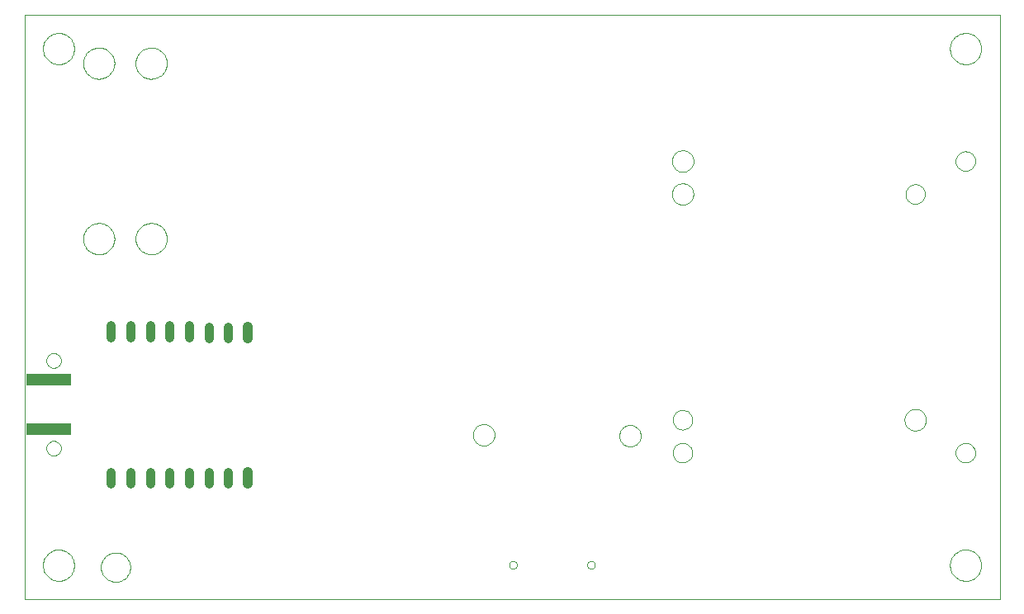
<source format=gbp>
G75*
%MOIN*%
%OFA0B0*%
%FSLAX24Y24*%
%IPPOS*%
%LPD*%
%AMOC8*
5,1,8,0,0,1.08239X$1,22.5*
%
%ADD10C,0.0000*%
%ADD11C,0.0394*%
%ADD12C,0.0380*%
%ADD13R,0.1800X0.0450*%
D10*
X004227Y002440D02*
X043597Y002440D01*
X043597Y026062D01*
X004227Y026062D01*
X004227Y002440D01*
X004975Y003818D02*
X004977Y003868D01*
X004983Y003918D01*
X004993Y003967D01*
X005007Y004015D01*
X005024Y004062D01*
X005045Y004107D01*
X005070Y004151D01*
X005098Y004192D01*
X005130Y004231D01*
X005164Y004268D01*
X005201Y004302D01*
X005241Y004332D01*
X005283Y004359D01*
X005327Y004383D01*
X005373Y004404D01*
X005420Y004420D01*
X005468Y004433D01*
X005518Y004442D01*
X005567Y004447D01*
X005618Y004448D01*
X005668Y004445D01*
X005717Y004438D01*
X005766Y004427D01*
X005814Y004412D01*
X005860Y004394D01*
X005905Y004372D01*
X005948Y004346D01*
X005989Y004317D01*
X006028Y004285D01*
X006064Y004250D01*
X006096Y004212D01*
X006126Y004172D01*
X006153Y004129D01*
X006176Y004085D01*
X006195Y004039D01*
X006211Y003991D01*
X006223Y003942D01*
X006231Y003893D01*
X006235Y003843D01*
X006235Y003793D01*
X006231Y003743D01*
X006223Y003694D01*
X006211Y003645D01*
X006195Y003597D01*
X006176Y003551D01*
X006153Y003507D01*
X006126Y003464D01*
X006096Y003424D01*
X006064Y003386D01*
X006028Y003351D01*
X005989Y003319D01*
X005948Y003290D01*
X005905Y003264D01*
X005860Y003242D01*
X005814Y003224D01*
X005766Y003209D01*
X005717Y003198D01*
X005668Y003191D01*
X005618Y003188D01*
X005567Y003189D01*
X005518Y003194D01*
X005468Y003203D01*
X005420Y003216D01*
X005373Y003232D01*
X005327Y003253D01*
X005283Y003277D01*
X005241Y003304D01*
X005201Y003334D01*
X005164Y003368D01*
X005130Y003405D01*
X005098Y003444D01*
X005070Y003485D01*
X005045Y003529D01*
X005024Y003574D01*
X005007Y003621D01*
X004993Y003669D01*
X004983Y003718D01*
X004977Y003768D01*
X004975Y003818D01*
X007317Y003739D02*
X007319Y003787D01*
X007325Y003835D01*
X007335Y003882D01*
X007348Y003928D01*
X007366Y003973D01*
X007386Y004017D01*
X007411Y004059D01*
X007439Y004098D01*
X007469Y004135D01*
X007503Y004169D01*
X007540Y004201D01*
X007578Y004230D01*
X007619Y004255D01*
X007662Y004277D01*
X007707Y004295D01*
X007753Y004309D01*
X007800Y004320D01*
X007848Y004327D01*
X007896Y004330D01*
X007944Y004329D01*
X007992Y004324D01*
X008040Y004315D01*
X008086Y004303D01*
X008131Y004286D01*
X008175Y004266D01*
X008217Y004243D01*
X008257Y004216D01*
X008295Y004186D01*
X008330Y004153D01*
X008362Y004117D01*
X008392Y004079D01*
X008418Y004038D01*
X008440Y003995D01*
X008460Y003951D01*
X008475Y003906D01*
X008487Y003859D01*
X008495Y003811D01*
X008499Y003763D01*
X008499Y003715D01*
X008495Y003667D01*
X008487Y003619D01*
X008475Y003572D01*
X008460Y003527D01*
X008440Y003483D01*
X008418Y003440D01*
X008392Y003399D01*
X008362Y003361D01*
X008330Y003325D01*
X008295Y003292D01*
X008257Y003262D01*
X008217Y003235D01*
X008175Y003212D01*
X008131Y003192D01*
X008086Y003175D01*
X008040Y003163D01*
X007992Y003154D01*
X007944Y003149D01*
X007896Y003148D01*
X007848Y003151D01*
X007800Y003158D01*
X007753Y003169D01*
X007707Y003183D01*
X007662Y003201D01*
X007619Y003223D01*
X007578Y003248D01*
X007540Y003277D01*
X007503Y003309D01*
X007469Y003343D01*
X007439Y003380D01*
X007411Y003419D01*
X007386Y003461D01*
X007366Y003505D01*
X007348Y003550D01*
X007335Y003596D01*
X007325Y003643D01*
X007319Y003691D01*
X007317Y003739D01*
X005113Y008542D02*
X005115Y008576D01*
X005121Y008610D01*
X005131Y008643D01*
X005144Y008674D01*
X005162Y008704D01*
X005182Y008732D01*
X005206Y008757D01*
X005232Y008779D01*
X005260Y008797D01*
X005291Y008813D01*
X005323Y008825D01*
X005357Y008833D01*
X005391Y008837D01*
X005425Y008837D01*
X005459Y008833D01*
X005493Y008825D01*
X005525Y008813D01*
X005555Y008797D01*
X005584Y008779D01*
X005610Y008757D01*
X005634Y008732D01*
X005654Y008704D01*
X005672Y008674D01*
X005685Y008643D01*
X005695Y008610D01*
X005701Y008576D01*
X005703Y008542D01*
X005701Y008508D01*
X005695Y008474D01*
X005685Y008441D01*
X005672Y008410D01*
X005654Y008380D01*
X005634Y008352D01*
X005610Y008327D01*
X005584Y008305D01*
X005556Y008287D01*
X005525Y008271D01*
X005493Y008259D01*
X005459Y008251D01*
X005425Y008247D01*
X005391Y008247D01*
X005357Y008251D01*
X005323Y008259D01*
X005291Y008271D01*
X005260Y008287D01*
X005232Y008305D01*
X005206Y008327D01*
X005182Y008352D01*
X005162Y008380D01*
X005144Y008410D01*
X005131Y008441D01*
X005121Y008474D01*
X005115Y008508D01*
X005113Y008542D01*
X005113Y012086D02*
X005115Y012120D01*
X005121Y012154D01*
X005131Y012187D01*
X005144Y012218D01*
X005162Y012248D01*
X005182Y012276D01*
X005206Y012301D01*
X005232Y012323D01*
X005260Y012341D01*
X005291Y012357D01*
X005323Y012369D01*
X005357Y012377D01*
X005391Y012381D01*
X005425Y012381D01*
X005459Y012377D01*
X005493Y012369D01*
X005525Y012357D01*
X005555Y012341D01*
X005584Y012323D01*
X005610Y012301D01*
X005634Y012276D01*
X005654Y012248D01*
X005672Y012218D01*
X005685Y012187D01*
X005695Y012154D01*
X005701Y012120D01*
X005703Y012086D01*
X005701Y012052D01*
X005695Y012018D01*
X005685Y011985D01*
X005672Y011954D01*
X005654Y011924D01*
X005634Y011896D01*
X005610Y011871D01*
X005584Y011849D01*
X005556Y011831D01*
X005525Y011815D01*
X005493Y011803D01*
X005459Y011795D01*
X005425Y011791D01*
X005391Y011791D01*
X005357Y011795D01*
X005323Y011803D01*
X005291Y011815D01*
X005260Y011831D01*
X005232Y011849D01*
X005206Y011871D01*
X005182Y011896D01*
X005162Y011924D01*
X005144Y011954D01*
X005131Y011985D01*
X005121Y012018D01*
X005115Y012052D01*
X005113Y012086D01*
X006601Y017007D02*
X006603Y017057D01*
X006609Y017107D01*
X006619Y017156D01*
X006633Y017204D01*
X006650Y017251D01*
X006671Y017296D01*
X006696Y017340D01*
X006724Y017381D01*
X006756Y017420D01*
X006790Y017457D01*
X006827Y017491D01*
X006867Y017521D01*
X006909Y017548D01*
X006953Y017572D01*
X006999Y017593D01*
X007046Y017609D01*
X007094Y017622D01*
X007144Y017631D01*
X007193Y017636D01*
X007244Y017637D01*
X007294Y017634D01*
X007343Y017627D01*
X007392Y017616D01*
X007440Y017601D01*
X007486Y017583D01*
X007531Y017561D01*
X007574Y017535D01*
X007615Y017506D01*
X007654Y017474D01*
X007690Y017439D01*
X007722Y017401D01*
X007752Y017361D01*
X007779Y017318D01*
X007802Y017274D01*
X007821Y017228D01*
X007837Y017180D01*
X007849Y017131D01*
X007857Y017082D01*
X007861Y017032D01*
X007861Y016982D01*
X007857Y016932D01*
X007849Y016883D01*
X007837Y016834D01*
X007821Y016786D01*
X007802Y016740D01*
X007779Y016696D01*
X007752Y016653D01*
X007722Y016613D01*
X007690Y016575D01*
X007654Y016540D01*
X007615Y016508D01*
X007574Y016479D01*
X007531Y016453D01*
X007486Y016431D01*
X007440Y016413D01*
X007392Y016398D01*
X007343Y016387D01*
X007294Y016380D01*
X007244Y016377D01*
X007193Y016378D01*
X007144Y016383D01*
X007094Y016392D01*
X007046Y016405D01*
X006999Y016421D01*
X006953Y016442D01*
X006909Y016466D01*
X006867Y016493D01*
X006827Y016523D01*
X006790Y016557D01*
X006756Y016594D01*
X006724Y016633D01*
X006696Y016674D01*
X006671Y016718D01*
X006650Y016763D01*
X006633Y016810D01*
X006619Y016858D01*
X006609Y016907D01*
X006603Y016957D01*
X006601Y017007D01*
X008715Y017007D02*
X008717Y017057D01*
X008723Y017107D01*
X008733Y017156D01*
X008747Y017204D01*
X008764Y017251D01*
X008785Y017296D01*
X008810Y017340D01*
X008838Y017381D01*
X008870Y017420D01*
X008904Y017457D01*
X008941Y017491D01*
X008981Y017521D01*
X009023Y017548D01*
X009067Y017572D01*
X009113Y017593D01*
X009160Y017609D01*
X009208Y017622D01*
X009258Y017631D01*
X009307Y017636D01*
X009358Y017637D01*
X009408Y017634D01*
X009457Y017627D01*
X009506Y017616D01*
X009554Y017601D01*
X009600Y017583D01*
X009645Y017561D01*
X009688Y017535D01*
X009729Y017506D01*
X009768Y017474D01*
X009804Y017439D01*
X009836Y017401D01*
X009866Y017361D01*
X009893Y017318D01*
X009916Y017274D01*
X009935Y017228D01*
X009951Y017180D01*
X009963Y017131D01*
X009971Y017082D01*
X009975Y017032D01*
X009975Y016982D01*
X009971Y016932D01*
X009963Y016883D01*
X009951Y016834D01*
X009935Y016786D01*
X009916Y016740D01*
X009893Y016696D01*
X009866Y016653D01*
X009836Y016613D01*
X009804Y016575D01*
X009768Y016540D01*
X009729Y016508D01*
X009688Y016479D01*
X009645Y016453D01*
X009600Y016431D01*
X009554Y016413D01*
X009506Y016398D01*
X009457Y016387D01*
X009408Y016380D01*
X009358Y016377D01*
X009307Y016378D01*
X009258Y016383D01*
X009208Y016392D01*
X009160Y016405D01*
X009113Y016421D01*
X009067Y016442D01*
X009023Y016466D01*
X008981Y016493D01*
X008941Y016523D01*
X008904Y016557D01*
X008870Y016594D01*
X008838Y016633D01*
X008810Y016674D01*
X008785Y016718D01*
X008764Y016763D01*
X008747Y016810D01*
X008733Y016858D01*
X008723Y016907D01*
X008717Y016957D01*
X008715Y017007D01*
X008715Y024094D02*
X008717Y024144D01*
X008723Y024194D01*
X008733Y024243D01*
X008747Y024291D01*
X008764Y024338D01*
X008785Y024383D01*
X008810Y024427D01*
X008838Y024468D01*
X008870Y024507D01*
X008904Y024544D01*
X008941Y024578D01*
X008981Y024608D01*
X009023Y024635D01*
X009067Y024659D01*
X009113Y024680D01*
X009160Y024696D01*
X009208Y024709D01*
X009258Y024718D01*
X009307Y024723D01*
X009358Y024724D01*
X009408Y024721D01*
X009457Y024714D01*
X009506Y024703D01*
X009554Y024688D01*
X009600Y024670D01*
X009645Y024648D01*
X009688Y024622D01*
X009729Y024593D01*
X009768Y024561D01*
X009804Y024526D01*
X009836Y024488D01*
X009866Y024448D01*
X009893Y024405D01*
X009916Y024361D01*
X009935Y024315D01*
X009951Y024267D01*
X009963Y024218D01*
X009971Y024169D01*
X009975Y024119D01*
X009975Y024069D01*
X009971Y024019D01*
X009963Y023970D01*
X009951Y023921D01*
X009935Y023873D01*
X009916Y023827D01*
X009893Y023783D01*
X009866Y023740D01*
X009836Y023700D01*
X009804Y023662D01*
X009768Y023627D01*
X009729Y023595D01*
X009688Y023566D01*
X009645Y023540D01*
X009600Y023518D01*
X009554Y023500D01*
X009506Y023485D01*
X009457Y023474D01*
X009408Y023467D01*
X009358Y023464D01*
X009307Y023465D01*
X009258Y023470D01*
X009208Y023479D01*
X009160Y023492D01*
X009113Y023508D01*
X009067Y023529D01*
X009023Y023553D01*
X008981Y023580D01*
X008941Y023610D01*
X008904Y023644D01*
X008870Y023681D01*
X008838Y023720D01*
X008810Y023761D01*
X008785Y023805D01*
X008764Y023850D01*
X008747Y023897D01*
X008733Y023945D01*
X008723Y023994D01*
X008717Y024044D01*
X008715Y024094D01*
X006601Y024094D02*
X006603Y024144D01*
X006609Y024194D01*
X006619Y024243D01*
X006633Y024291D01*
X006650Y024338D01*
X006671Y024383D01*
X006696Y024427D01*
X006724Y024468D01*
X006756Y024507D01*
X006790Y024544D01*
X006827Y024578D01*
X006867Y024608D01*
X006909Y024635D01*
X006953Y024659D01*
X006999Y024680D01*
X007046Y024696D01*
X007094Y024709D01*
X007144Y024718D01*
X007193Y024723D01*
X007244Y024724D01*
X007294Y024721D01*
X007343Y024714D01*
X007392Y024703D01*
X007440Y024688D01*
X007486Y024670D01*
X007531Y024648D01*
X007574Y024622D01*
X007615Y024593D01*
X007654Y024561D01*
X007690Y024526D01*
X007722Y024488D01*
X007752Y024448D01*
X007779Y024405D01*
X007802Y024361D01*
X007821Y024315D01*
X007837Y024267D01*
X007849Y024218D01*
X007857Y024169D01*
X007861Y024119D01*
X007861Y024069D01*
X007857Y024019D01*
X007849Y023970D01*
X007837Y023921D01*
X007821Y023873D01*
X007802Y023827D01*
X007779Y023783D01*
X007752Y023740D01*
X007722Y023700D01*
X007690Y023662D01*
X007654Y023627D01*
X007615Y023595D01*
X007574Y023566D01*
X007531Y023540D01*
X007486Y023518D01*
X007440Y023500D01*
X007392Y023485D01*
X007343Y023474D01*
X007294Y023467D01*
X007244Y023464D01*
X007193Y023465D01*
X007144Y023470D01*
X007094Y023479D01*
X007046Y023492D01*
X006999Y023508D01*
X006953Y023529D01*
X006909Y023553D01*
X006867Y023580D01*
X006827Y023610D01*
X006790Y023644D01*
X006756Y023681D01*
X006724Y023720D01*
X006696Y023761D01*
X006671Y023805D01*
X006650Y023850D01*
X006633Y023897D01*
X006619Y023945D01*
X006609Y023994D01*
X006603Y024044D01*
X006601Y024094D01*
X004975Y024684D02*
X004977Y024734D01*
X004983Y024784D01*
X004993Y024833D01*
X005007Y024881D01*
X005024Y024928D01*
X005045Y024973D01*
X005070Y025017D01*
X005098Y025058D01*
X005130Y025097D01*
X005164Y025134D01*
X005201Y025168D01*
X005241Y025198D01*
X005283Y025225D01*
X005327Y025249D01*
X005373Y025270D01*
X005420Y025286D01*
X005468Y025299D01*
X005518Y025308D01*
X005567Y025313D01*
X005618Y025314D01*
X005668Y025311D01*
X005717Y025304D01*
X005766Y025293D01*
X005814Y025278D01*
X005860Y025260D01*
X005905Y025238D01*
X005948Y025212D01*
X005989Y025183D01*
X006028Y025151D01*
X006064Y025116D01*
X006096Y025078D01*
X006126Y025038D01*
X006153Y024995D01*
X006176Y024951D01*
X006195Y024905D01*
X006211Y024857D01*
X006223Y024808D01*
X006231Y024759D01*
X006235Y024709D01*
X006235Y024659D01*
X006231Y024609D01*
X006223Y024560D01*
X006211Y024511D01*
X006195Y024463D01*
X006176Y024417D01*
X006153Y024373D01*
X006126Y024330D01*
X006096Y024290D01*
X006064Y024252D01*
X006028Y024217D01*
X005989Y024185D01*
X005948Y024156D01*
X005905Y024130D01*
X005860Y024108D01*
X005814Y024090D01*
X005766Y024075D01*
X005717Y024064D01*
X005668Y024057D01*
X005618Y024054D01*
X005567Y024055D01*
X005518Y024060D01*
X005468Y024069D01*
X005420Y024082D01*
X005373Y024098D01*
X005327Y024119D01*
X005283Y024143D01*
X005241Y024170D01*
X005201Y024200D01*
X005164Y024234D01*
X005130Y024271D01*
X005098Y024310D01*
X005070Y024351D01*
X005045Y024395D01*
X005024Y024440D01*
X005007Y024487D01*
X004993Y024535D01*
X004983Y024584D01*
X004977Y024634D01*
X004975Y024684D01*
X030368Y020141D02*
X030370Y020182D01*
X030376Y020223D01*
X030386Y020263D01*
X030399Y020302D01*
X030416Y020339D01*
X030437Y020375D01*
X030461Y020409D01*
X030488Y020440D01*
X030517Y020468D01*
X030550Y020494D01*
X030584Y020516D01*
X030621Y020535D01*
X030659Y020550D01*
X030699Y020562D01*
X030739Y020570D01*
X030780Y020574D01*
X030822Y020574D01*
X030863Y020570D01*
X030903Y020562D01*
X030943Y020550D01*
X030981Y020535D01*
X031017Y020516D01*
X031052Y020494D01*
X031085Y020468D01*
X031114Y020440D01*
X031141Y020409D01*
X031165Y020375D01*
X031186Y020339D01*
X031203Y020302D01*
X031216Y020263D01*
X031226Y020223D01*
X031232Y020182D01*
X031234Y020141D01*
X031232Y020100D01*
X031226Y020059D01*
X031216Y020019D01*
X031203Y019980D01*
X031186Y019943D01*
X031165Y019907D01*
X031141Y019873D01*
X031114Y019842D01*
X031085Y019814D01*
X031052Y019788D01*
X031018Y019766D01*
X030981Y019747D01*
X030943Y019732D01*
X030903Y019720D01*
X030863Y019712D01*
X030822Y019708D01*
X030780Y019708D01*
X030739Y019712D01*
X030699Y019720D01*
X030659Y019732D01*
X030621Y019747D01*
X030585Y019766D01*
X030550Y019788D01*
X030517Y019814D01*
X030488Y019842D01*
X030461Y019873D01*
X030437Y019907D01*
X030416Y019943D01*
X030399Y019980D01*
X030386Y020019D01*
X030376Y020059D01*
X030370Y020100D01*
X030368Y020141D01*
X030364Y018810D02*
X030366Y018851D01*
X030372Y018892D01*
X030382Y018932D01*
X030395Y018971D01*
X030412Y019008D01*
X030433Y019044D01*
X030457Y019078D01*
X030484Y019109D01*
X030513Y019137D01*
X030546Y019163D01*
X030580Y019185D01*
X030617Y019204D01*
X030655Y019219D01*
X030695Y019231D01*
X030735Y019239D01*
X030776Y019243D01*
X030818Y019243D01*
X030859Y019239D01*
X030899Y019231D01*
X030939Y019219D01*
X030977Y019204D01*
X031013Y019185D01*
X031048Y019163D01*
X031081Y019137D01*
X031110Y019109D01*
X031137Y019078D01*
X031161Y019044D01*
X031182Y019008D01*
X031199Y018971D01*
X031212Y018932D01*
X031222Y018892D01*
X031228Y018851D01*
X031230Y018810D01*
X031228Y018769D01*
X031222Y018728D01*
X031212Y018688D01*
X031199Y018649D01*
X031182Y018612D01*
X031161Y018576D01*
X031137Y018542D01*
X031110Y018511D01*
X031081Y018483D01*
X031048Y018457D01*
X031014Y018435D01*
X030977Y018416D01*
X030939Y018401D01*
X030899Y018389D01*
X030859Y018381D01*
X030818Y018377D01*
X030776Y018377D01*
X030735Y018381D01*
X030695Y018389D01*
X030655Y018401D01*
X030617Y018416D01*
X030581Y018435D01*
X030546Y018457D01*
X030513Y018483D01*
X030484Y018511D01*
X030457Y018542D01*
X030433Y018576D01*
X030412Y018612D01*
X030395Y018649D01*
X030382Y018688D01*
X030372Y018728D01*
X030366Y018769D01*
X030364Y018810D01*
X039793Y018810D02*
X039795Y018849D01*
X039801Y018888D01*
X039811Y018926D01*
X039824Y018963D01*
X039841Y018998D01*
X039861Y019032D01*
X039885Y019063D01*
X039912Y019092D01*
X039941Y019118D01*
X039973Y019141D01*
X040007Y019161D01*
X040043Y019177D01*
X040080Y019189D01*
X040119Y019198D01*
X040158Y019203D01*
X040197Y019204D01*
X040236Y019201D01*
X040275Y019194D01*
X040312Y019183D01*
X040349Y019169D01*
X040384Y019151D01*
X040417Y019130D01*
X040448Y019105D01*
X040476Y019078D01*
X040501Y019048D01*
X040523Y019015D01*
X040542Y018981D01*
X040557Y018945D01*
X040569Y018907D01*
X040577Y018869D01*
X040581Y018830D01*
X040581Y018790D01*
X040577Y018751D01*
X040569Y018713D01*
X040557Y018675D01*
X040542Y018639D01*
X040523Y018605D01*
X040501Y018572D01*
X040476Y018542D01*
X040448Y018515D01*
X040417Y018490D01*
X040384Y018469D01*
X040349Y018451D01*
X040312Y018437D01*
X040275Y018426D01*
X040236Y018419D01*
X040197Y018416D01*
X040158Y018417D01*
X040119Y018422D01*
X040080Y018431D01*
X040043Y018443D01*
X040007Y018459D01*
X039973Y018479D01*
X039941Y018502D01*
X039912Y018528D01*
X039885Y018557D01*
X039861Y018588D01*
X039841Y018622D01*
X039824Y018657D01*
X039811Y018694D01*
X039801Y018732D01*
X039795Y018771D01*
X039793Y018810D01*
X041817Y020141D02*
X041819Y020180D01*
X041825Y020219D01*
X041835Y020257D01*
X041848Y020294D01*
X041865Y020329D01*
X041885Y020363D01*
X041909Y020394D01*
X041936Y020423D01*
X041965Y020449D01*
X041997Y020472D01*
X042031Y020492D01*
X042067Y020508D01*
X042104Y020520D01*
X042143Y020529D01*
X042182Y020534D01*
X042221Y020535D01*
X042260Y020532D01*
X042299Y020525D01*
X042336Y020514D01*
X042373Y020500D01*
X042408Y020482D01*
X042441Y020461D01*
X042472Y020436D01*
X042500Y020409D01*
X042525Y020379D01*
X042547Y020346D01*
X042566Y020312D01*
X042581Y020276D01*
X042593Y020238D01*
X042601Y020200D01*
X042605Y020161D01*
X042605Y020121D01*
X042601Y020082D01*
X042593Y020044D01*
X042581Y020006D01*
X042566Y019970D01*
X042547Y019936D01*
X042525Y019903D01*
X042500Y019873D01*
X042472Y019846D01*
X042441Y019821D01*
X042408Y019800D01*
X042373Y019782D01*
X042336Y019768D01*
X042299Y019757D01*
X042260Y019750D01*
X042221Y019747D01*
X042182Y019748D01*
X042143Y019753D01*
X042104Y019762D01*
X042067Y019774D01*
X042031Y019790D01*
X041997Y019810D01*
X041965Y019833D01*
X041936Y019859D01*
X041909Y019888D01*
X041885Y019919D01*
X041865Y019953D01*
X041848Y019988D01*
X041835Y020025D01*
X041825Y020063D01*
X041819Y020102D01*
X041817Y020141D01*
X041589Y024684D02*
X041591Y024734D01*
X041597Y024784D01*
X041607Y024833D01*
X041621Y024881D01*
X041638Y024928D01*
X041659Y024973D01*
X041684Y025017D01*
X041712Y025058D01*
X041744Y025097D01*
X041778Y025134D01*
X041815Y025168D01*
X041855Y025198D01*
X041897Y025225D01*
X041941Y025249D01*
X041987Y025270D01*
X042034Y025286D01*
X042082Y025299D01*
X042132Y025308D01*
X042181Y025313D01*
X042232Y025314D01*
X042282Y025311D01*
X042331Y025304D01*
X042380Y025293D01*
X042428Y025278D01*
X042474Y025260D01*
X042519Y025238D01*
X042562Y025212D01*
X042603Y025183D01*
X042642Y025151D01*
X042678Y025116D01*
X042710Y025078D01*
X042740Y025038D01*
X042767Y024995D01*
X042790Y024951D01*
X042809Y024905D01*
X042825Y024857D01*
X042837Y024808D01*
X042845Y024759D01*
X042849Y024709D01*
X042849Y024659D01*
X042845Y024609D01*
X042837Y024560D01*
X042825Y024511D01*
X042809Y024463D01*
X042790Y024417D01*
X042767Y024373D01*
X042740Y024330D01*
X042710Y024290D01*
X042678Y024252D01*
X042642Y024217D01*
X042603Y024185D01*
X042562Y024156D01*
X042519Y024130D01*
X042474Y024108D01*
X042428Y024090D01*
X042380Y024075D01*
X042331Y024064D01*
X042282Y024057D01*
X042232Y024054D01*
X042181Y024055D01*
X042132Y024060D01*
X042082Y024069D01*
X042034Y024082D01*
X041987Y024098D01*
X041941Y024119D01*
X041897Y024143D01*
X041855Y024170D01*
X041815Y024200D01*
X041778Y024234D01*
X041744Y024271D01*
X041712Y024310D01*
X041684Y024351D01*
X041659Y024395D01*
X041638Y024440D01*
X041621Y024487D01*
X041607Y024535D01*
X041597Y024584D01*
X041591Y024634D01*
X041589Y024684D01*
X039754Y009692D02*
X039756Y009733D01*
X039762Y009774D01*
X039772Y009814D01*
X039785Y009853D01*
X039802Y009890D01*
X039823Y009926D01*
X039847Y009960D01*
X039874Y009991D01*
X039903Y010019D01*
X039936Y010045D01*
X039970Y010067D01*
X040007Y010086D01*
X040045Y010101D01*
X040085Y010113D01*
X040125Y010121D01*
X040166Y010125D01*
X040208Y010125D01*
X040249Y010121D01*
X040289Y010113D01*
X040329Y010101D01*
X040367Y010086D01*
X040403Y010067D01*
X040438Y010045D01*
X040471Y010019D01*
X040500Y009991D01*
X040527Y009960D01*
X040551Y009926D01*
X040572Y009890D01*
X040589Y009853D01*
X040602Y009814D01*
X040612Y009774D01*
X040618Y009733D01*
X040620Y009692D01*
X040618Y009651D01*
X040612Y009610D01*
X040602Y009570D01*
X040589Y009531D01*
X040572Y009494D01*
X040551Y009458D01*
X040527Y009424D01*
X040500Y009393D01*
X040471Y009365D01*
X040438Y009339D01*
X040404Y009317D01*
X040367Y009298D01*
X040329Y009283D01*
X040289Y009271D01*
X040249Y009263D01*
X040208Y009259D01*
X040166Y009259D01*
X040125Y009263D01*
X040085Y009271D01*
X040045Y009283D01*
X040007Y009298D01*
X039971Y009317D01*
X039936Y009339D01*
X039903Y009365D01*
X039874Y009393D01*
X039847Y009424D01*
X039823Y009458D01*
X039802Y009494D01*
X039785Y009531D01*
X039772Y009570D01*
X039762Y009610D01*
X039756Y009651D01*
X039754Y009692D01*
X041817Y008361D02*
X041819Y008400D01*
X041825Y008439D01*
X041835Y008477D01*
X041848Y008514D01*
X041865Y008549D01*
X041885Y008583D01*
X041909Y008614D01*
X041936Y008643D01*
X041965Y008669D01*
X041997Y008692D01*
X042031Y008712D01*
X042067Y008728D01*
X042104Y008740D01*
X042143Y008749D01*
X042182Y008754D01*
X042221Y008755D01*
X042260Y008752D01*
X042299Y008745D01*
X042336Y008734D01*
X042373Y008720D01*
X042408Y008702D01*
X042441Y008681D01*
X042472Y008656D01*
X042500Y008629D01*
X042525Y008599D01*
X042547Y008566D01*
X042566Y008532D01*
X042581Y008496D01*
X042593Y008458D01*
X042601Y008420D01*
X042605Y008381D01*
X042605Y008341D01*
X042601Y008302D01*
X042593Y008264D01*
X042581Y008226D01*
X042566Y008190D01*
X042547Y008156D01*
X042525Y008123D01*
X042500Y008093D01*
X042472Y008066D01*
X042441Y008041D01*
X042408Y008020D01*
X042373Y008002D01*
X042336Y007988D01*
X042299Y007977D01*
X042260Y007970D01*
X042221Y007967D01*
X042182Y007968D01*
X042143Y007973D01*
X042104Y007982D01*
X042067Y007994D01*
X042031Y008010D01*
X041997Y008030D01*
X041965Y008053D01*
X041936Y008079D01*
X041909Y008108D01*
X041885Y008139D01*
X041865Y008173D01*
X041848Y008208D01*
X041835Y008245D01*
X041825Y008283D01*
X041819Y008322D01*
X041817Y008361D01*
X041589Y003818D02*
X041591Y003868D01*
X041597Y003918D01*
X041607Y003967D01*
X041621Y004015D01*
X041638Y004062D01*
X041659Y004107D01*
X041684Y004151D01*
X041712Y004192D01*
X041744Y004231D01*
X041778Y004268D01*
X041815Y004302D01*
X041855Y004332D01*
X041897Y004359D01*
X041941Y004383D01*
X041987Y004404D01*
X042034Y004420D01*
X042082Y004433D01*
X042132Y004442D01*
X042181Y004447D01*
X042232Y004448D01*
X042282Y004445D01*
X042331Y004438D01*
X042380Y004427D01*
X042428Y004412D01*
X042474Y004394D01*
X042519Y004372D01*
X042562Y004346D01*
X042603Y004317D01*
X042642Y004285D01*
X042678Y004250D01*
X042710Y004212D01*
X042740Y004172D01*
X042767Y004129D01*
X042790Y004085D01*
X042809Y004039D01*
X042825Y003991D01*
X042837Y003942D01*
X042845Y003893D01*
X042849Y003843D01*
X042849Y003793D01*
X042845Y003743D01*
X042837Y003694D01*
X042825Y003645D01*
X042809Y003597D01*
X042790Y003551D01*
X042767Y003507D01*
X042740Y003464D01*
X042710Y003424D01*
X042678Y003386D01*
X042642Y003351D01*
X042603Y003319D01*
X042562Y003290D01*
X042519Y003264D01*
X042474Y003242D01*
X042428Y003224D01*
X042380Y003209D01*
X042331Y003198D01*
X042282Y003191D01*
X042232Y003188D01*
X042181Y003189D01*
X042132Y003194D01*
X042082Y003203D01*
X042034Y003216D01*
X041987Y003232D01*
X041941Y003253D01*
X041897Y003277D01*
X041855Y003304D01*
X041815Y003334D01*
X041778Y003368D01*
X041744Y003405D01*
X041712Y003444D01*
X041684Y003485D01*
X041659Y003529D01*
X041638Y003574D01*
X041621Y003621D01*
X041607Y003669D01*
X041597Y003718D01*
X041591Y003768D01*
X041589Y003818D01*
X030400Y008361D02*
X030402Y008400D01*
X030408Y008439D01*
X030418Y008477D01*
X030431Y008514D01*
X030448Y008549D01*
X030468Y008583D01*
X030492Y008614D01*
X030519Y008643D01*
X030548Y008669D01*
X030580Y008692D01*
X030614Y008712D01*
X030650Y008728D01*
X030687Y008740D01*
X030726Y008749D01*
X030765Y008754D01*
X030804Y008755D01*
X030843Y008752D01*
X030882Y008745D01*
X030919Y008734D01*
X030956Y008720D01*
X030991Y008702D01*
X031024Y008681D01*
X031055Y008656D01*
X031083Y008629D01*
X031108Y008599D01*
X031130Y008566D01*
X031149Y008532D01*
X031164Y008496D01*
X031176Y008458D01*
X031184Y008420D01*
X031188Y008381D01*
X031188Y008341D01*
X031184Y008302D01*
X031176Y008264D01*
X031164Y008226D01*
X031149Y008190D01*
X031130Y008156D01*
X031108Y008123D01*
X031083Y008093D01*
X031055Y008066D01*
X031024Y008041D01*
X030991Y008020D01*
X030956Y008002D01*
X030919Y007988D01*
X030882Y007977D01*
X030843Y007970D01*
X030804Y007967D01*
X030765Y007968D01*
X030726Y007973D01*
X030687Y007982D01*
X030650Y007994D01*
X030614Y008010D01*
X030580Y008030D01*
X030548Y008053D01*
X030519Y008079D01*
X030492Y008108D01*
X030468Y008139D01*
X030448Y008173D01*
X030431Y008208D01*
X030418Y008245D01*
X030408Y008283D01*
X030402Y008322D01*
X030400Y008361D01*
X028242Y009046D02*
X028244Y009087D01*
X028250Y009128D01*
X028260Y009168D01*
X028273Y009207D01*
X028290Y009244D01*
X028311Y009280D01*
X028335Y009314D01*
X028362Y009345D01*
X028391Y009373D01*
X028424Y009399D01*
X028458Y009421D01*
X028495Y009440D01*
X028533Y009455D01*
X028573Y009467D01*
X028613Y009475D01*
X028654Y009479D01*
X028696Y009479D01*
X028737Y009475D01*
X028777Y009467D01*
X028817Y009455D01*
X028855Y009440D01*
X028891Y009421D01*
X028926Y009399D01*
X028959Y009373D01*
X028988Y009345D01*
X029015Y009314D01*
X029039Y009280D01*
X029060Y009244D01*
X029077Y009207D01*
X029090Y009168D01*
X029100Y009128D01*
X029106Y009087D01*
X029108Y009046D01*
X029106Y009005D01*
X029100Y008964D01*
X029090Y008924D01*
X029077Y008885D01*
X029060Y008848D01*
X029039Y008812D01*
X029015Y008778D01*
X028988Y008747D01*
X028959Y008719D01*
X028926Y008693D01*
X028892Y008671D01*
X028855Y008652D01*
X028817Y008637D01*
X028777Y008625D01*
X028737Y008617D01*
X028696Y008613D01*
X028654Y008613D01*
X028613Y008617D01*
X028573Y008625D01*
X028533Y008637D01*
X028495Y008652D01*
X028459Y008671D01*
X028424Y008693D01*
X028391Y008719D01*
X028362Y008747D01*
X028335Y008778D01*
X028311Y008812D01*
X028290Y008848D01*
X028273Y008885D01*
X028260Y008924D01*
X028250Y008964D01*
X028244Y009005D01*
X028242Y009046D01*
X030403Y009692D02*
X030405Y009731D01*
X030411Y009770D01*
X030421Y009808D01*
X030434Y009845D01*
X030451Y009880D01*
X030471Y009914D01*
X030495Y009945D01*
X030522Y009974D01*
X030551Y010000D01*
X030583Y010023D01*
X030617Y010043D01*
X030653Y010059D01*
X030690Y010071D01*
X030729Y010080D01*
X030768Y010085D01*
X030807Y010086D01*
X030846Y010083D01*
X030885Y010076D01*
X030922Y010065D01*
X030959Y010051D01*
X030994Y010033D01*
X031027Y010012D01*
X031058Y009987D01*
X031086Y009960D01*
X031111Y009930D01*
X031133Y009897D01*
X031152Y009863D01*
X031167Y009827D01*
X031179Y009789D01*
X031187Y009751D01*
X031191Y009712D01*
X031191Y009672D01*
X031187Y009633D01*
X031179Y009595D01*
X031167Y009557D01*
X031152Y009521D01*
X031133Y009487D01*
X031111Y009454D01*
X031086Y009424D01*
X031058Y009397D01*
X031027Y009372D01*
X030994Y009351D01*
X030959Y009333D01*
X030922Y009319D01*
X030885Y009308D01*
X030846Y009301D01*
X030807Y009298D01*
X030768Y009299D01*
X030729Y009304D01*
X030690Y009313D01*
X030653Y009325D01*
X030617Y009341D01*
X030583Y009361D01*
X030551Y009384D01*
X030522Y009410D01*
X030495Y009439D01*
X030471Y009470D01*
X030451Y009504D01*
X030434Y009539D01*
X030421Y009576D01*
X030411Y009614D01*
X030405Y009653D01*
X030403Y009692D01*
X022337Y009086D02*
X022339Y009127D01*
X022345Y009168D01*
X022355Y009208D01*
X022368Y009247D01*
X022385Y009284D01*
X022406Y009320D01*
X022430Y009354D01*
X022457Y009385D01*
X022486Y009413D01*
X022519Y009439D01*
X022553Y009461D01*
X022590Y009480D01*
X022628Y009495D01*
X022668Y009507D01*
X022708Y009515D01*
X022749Y009519D01*
X022791Y009519D01*
X022832Y009515D01*
X022872Y009507D01*
X022912Y009495D01*
X022950Y009480D01*
X022986Y009461D01*
X023021Y009439D01*
X023054Y009413D01*
X023083Y009385D01*
X023110Y009354D01*
X023134Y009320D01*
X023155Y009284D01*
X023172Y009247D01*
X023185Y009208D01*
X023195Y009168D01*
X023201Y009127D01*
X023203Y009086D01*
X023201Y009045D01*
X023195Y009004D01*
X023185Y008964D01*
X023172Y008925D01*
X023155Y008888D01*
X023134Y008852D01*
X023110Y008818D01*
X023083Y008787D01*
X023054Y008759D01*
X023021Y008733D01*
X022987Y008711D01*
X022950Y008692D01*
X022912Y008677D01*
X022872Y008665D01*
X022832Y008657D01*
X022791Y008653D01*
X022749Y008653D01*
X022708Y008657D01*
X022668Y008665D01*
X022628Y008677D01*
X022590Y008692D01*
X022554Y008711D01*
X022519Y008733D01*
X022486Y008759D01*
X022457Y008787D01*
X022430Y008818D01*
X022406Y008852D01*
X022385Y008888D01*
X022368Y008925D01*
X022355Y008964D01*
X022345Y009004D01*
X022339Y009045D01*
X022337Y009086D01*
X023794Y003830D02*
X023796Y003855D01*
X023802Y003879D01*
X023811Y003901D01*
X023824Y003922D01*
X023840Y003941D01*
X023859Y003957D01*
X023880Y003970D01*
X023902Y003979D01*
X023926Y003985D01*
X023951Y003987D01*
X023976Y003985D01*
X024000Y003979D01*
X024022Y003970D01*
X024043Y003957D01*
X024062Y003941D01*
X024078Y003922D01*
X024091Y003901D01*
X024100Y003879D01*
X024106Y003855D01*
X024108Y003830D01*
X024106Y003805D01*
X024100Y003781D01*
X024091Y003759D01*
X024078Y003738D01*
X024062Y003719D01*
X024043Y003703D01*
X024022Y003690D01*
X024000Y003681D01*
X023976Y003675D01*
X023951Y003673D01*
X023926Y003675D01*
X023902Y003681D01*
X023880Y003690D01*
X023859Y003703D01*
X023840Y003719D01*
X023824Y003738D01*
X023811Y003759D01*
X023802Y003781D01*
X023796Y003805D01*
X023794Y003830D01*
X026944Y003830D02*
X026946Y003855D01*
X026952Y003879D01*
X026961Y003901D01*
X026974Y003922D01*
X026990Y003941D01*
X027009Y003957D01*
X027030Y003970D01*
X027052Y003979D01*
X027076Y003985D01*
X027101Y003987D01*
X027126Y003985D01*
X027150Y003979D01*
X027172Y003970D01*
X027193Y003957D01*
X027212Y003941D01*
X027228Y003922D01*
X027241Y003901D01*
X027250Y003879D01*
X027256Y003855D01*
X027258Y003830D01*
X027256Y003805D01*
X027250Y003781D01*
X027241Y003759D01*
X027228Y003738D01*
X027212Y003719D01*
X027193Y003703D01*
X027172Y003690D01*
X027150Y003681D01*
X027126Y003675D01*
X027101Y003673D01*
X027076Y003675D01*
X027052Y003681D01*
X027030Y003690D01*
X027009Y003703D01*
X026990Y003719D01*
X026974Y003738D01*
X026961Y003759D01*
X026952Y003781D01*
X026946Y003805D01*
X026944Y003830D01*
D11*
X013234Y007125D02*
X013234Y007597D01*
X013234Y012991D02*
X013234Y013463D01*
D12*
X012447Y013462D02*
X012447Y012992D01*
X011660Y012992D02*
X011660Y013462D01*
X010872Y013502D02*
X010872Y013032D01*
X010085Y013032D02*
X010085Y013502D01*
X009297Y013502D02*
X009297Y013032D01*
X008510Y013032D02*
X008510Y013502D01*
X007723Y013502D02*
X007723Y013032D01*
X007723Y007596D02*
X007723Y007126D01*
X008510Y007126D02*
X008510Y007596D01*
X009297Y007596D02*
X009297Y007126D01*
X010085Y007126D02*
X010085Y007596D01*
X010872Y007596D02*
X010872Y007126D01*
X011660Y007126D02*
X011660Y007596D01*
X012447Y007596D02*
X012447Y007126D01*
D13*
X005207Y009314D03*
X005207Y011314D03*
M02*

</source>
